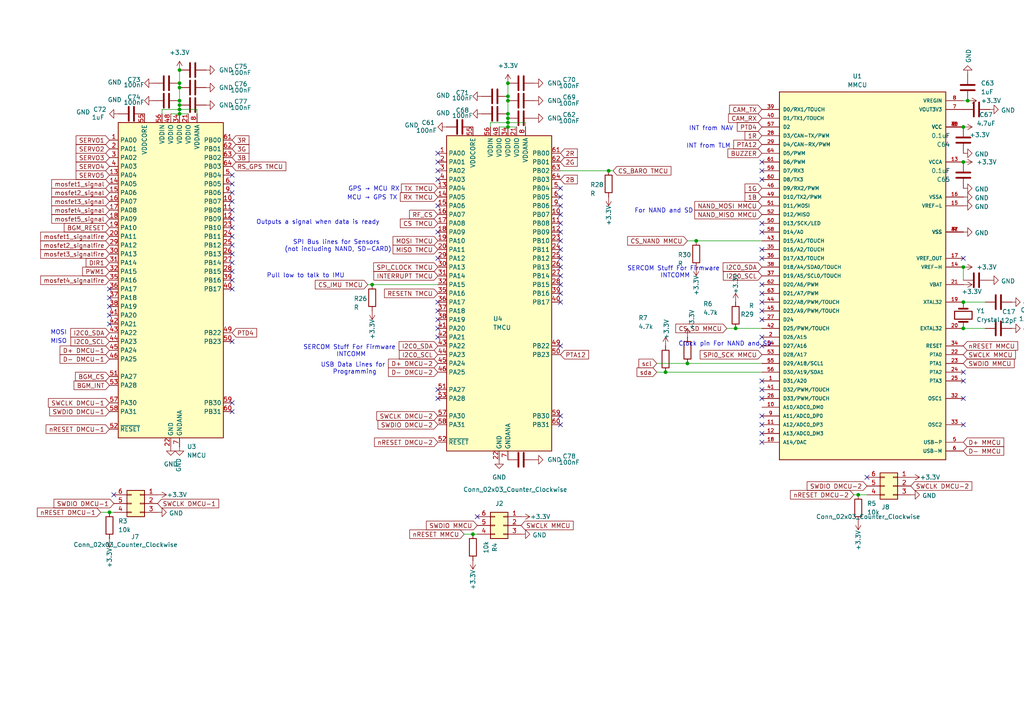
<source format=kicad_sch>
(kicad_sch (version 20250114) (generator "eeschema") (generator_version "9.0")
  (paper "A4")
  (text "SERCOM Stuff For Firmware \nINTCOMM" (at 195.834 78.994 0) (effects (font (size 1.27 1.27))))
  (text "For NAND and SD" (at 192.532 61.214 0) (effects (font (size 1.27 1.27))))
  (text "Pull low to talk to IMU" (at 88.646 80.01 0) (effects (font (size 1.27 1.27))))
  (text "INT from TLM" (at 205.486 42.418 0) (effects (font (size 1.27 1.27))))
  (text "GPS → MCU RX" (at 108.458 54.864 0) (effects (font (size 1.27 1.27))))
  (text "Clock pin For NAND and SD" (at 210.312 99.822 0) (effects (font (size 1.27 1.27))))
  (text "SERCOM Stuff For Firmware \nINTCOMM" (at 101.854 101.854 0) (effects (font (size 1.27 1.27))))
  (text "MCU → GPS TX" (at 107.95 57.404 0) (effects (font (size 1.27 1.27))))
  (text "Outputs a signal when data is ready" (at 92.202 64.516 0) (effects (font (size 1.27 1.27))))
  (text "MOSI" (at 17.018 96.52 0) (effects (font (size 1.27 1.27))))
  (text "INT from NAV" (at 206.248 37.338 0) (effects (font (size 1.27 1.27))))
  (text "USB Data Lines for \nProgramming" (at 102.87 106.934 0) (effects (font (size 1.27 1.27))))
  (text "SPI Bus lines for Sensors \n(not including NAND, SD-CARD)" (at 98.044 71.374 0) (effects (font (size 1.27 1.27))))
  (text "MISO" (at 17.018 99.06 0) (effects (font (size 1.27 1.27))))
  (junction (at 31.75 148.59))
  (junction (at 137.16 154.94))
  (junction (at 147.32 35.56))
  (junction (at 213.36 95.25))
  (junction (at 280.67 29.21))
  (junction (at 279.4 46.99))
  (junction (at 52.07 31.75))
  (junction (at 199.39 105.41))
  (junction (at 279.4 36.83))
  (junction (at 147.32 36.83))
  (junction (at 52.07 33.02))
  (junction (at 52.07 20.32))
  (junction (at 193.04 107.95))
  (junction (at 147.32 33.02))
  (junction (at 52.07 25.4))
  (junction (at 107.95 82.55))
  (junction (at 147.32 24.13))
  (junction (at 176.53 49.53))
  (junction (at 52.07 30.48))
  (junction (at 147.32 27.94))
  (junction (at 279.4 77.47))
  (junction (at 279.4 87.63))
  (junction (at 248.92 143.51))
  (junction (at 52.07 24.13))
  (junction (at 147.32 34.29))
  (junction (at 279.4 95.25))
  (junction (at 52.07 29.21))
  (junction (at 201.93 69.85))
  (junction (at 147.32 29.21))
  (no_connect (at 67.31 71.12))
  (no_connect (at 162.56 59.69))
  (no_connect (at 162.56 123.19))
  (no_connect (at 127 59.69))
  (no_connect (at 127 67.31))
  (no_connect (at 31.75 86.36))
  (no_connect (at 220.98 74.93))
  (no_connect (at 162.56 120.65))
  (no_connect (at 162.56 82.55))
  (no_connect (at 220.98 46.99))
  (no_connect (at 220.98 113.03))
  (no_connect (at 127 90.17))
  (no_connect (at 67.31 53.34))
  (no_connect (at 67.31 78.74))
  (no_connect (at 138.43 149.86))
  (no_connect (at 31.75 93.98))
  (no_connect (at 220.98 115.57))
  (no_connect (at 220.98 128.27))
  (no_connect (at 220.98 110.49))
  (no_connect (at 127 113.03))
  (no_connect (at 220.98 85.09))
  (no_connect (at 220.98 49.53))
  (no_connect (at 127 92.71))
  (no_connect (at 162.56 77.47))
  (no_connect (at 220.98 123.19))
  (no_connect (at 162.56 69.85))
  (no_connect (at 220.98 82.55))
  (no_connect (at 31.75 91.44))
  (no_connect (at 31.75 88.9))
  (no_connect (at 220.98 92.71))
  (no_connect (at 127 95.25))
  (no_connect (at 220.98 120.65))
  (no_connect (at 127 115.57))
  (no_connect (at 67.31 81.28))
  (no_connect (at 67.31 83.82))
  (no_connect (at 220.98 64.77))
  (no_connect (at 162.56 87.63))
  (no_connect (at 67.31 76.2))
  (no_connect (at 279.4 115.57))
  (no_connect (at 162.56 72.39))
  (no_connect (at 220.98 72.39))
  (no_connect (at 67.31 58.42))
  (no_connect (at 127 52.07))
  (no_connect (at 127 46.99))
  (no_connect (at 162.56 62.23))
  (no_connect (at 67.31 63.5))
  (no_connect (at 127 87.63))
  (no_connect (at 220.98 125.73))
  (no_connect (at 67.31 73.66))
  (no_connect (at 279.4 110.49))
  (no_connect (at 162.56 54.61))
  (no_connect (at 162.56 80.01))
  (no_connect (at 220.98 90.17))
  (no_connect (at 67.31 50.8))
  (no_connect (at 220.98 52.07))
  (no_connect (at 279.4 123.19))
  (no_connect (at 279.4 107.95))
  (no_connect (at 162.56 85.09))
  (no_connect (at 162.56 100.33))
  (no_connect (at 127 74.93))
  (no_connect (at 251.46 138.43))
  (no_connect (at 162.56 57.15))
  (no_connect (at 127 49.53))
  (no_connect (at 67.31 66.04))
  (no_connect (at 67.31 116.84))
  (no_connect (at 162.56 74.93))
  (no_connect (at 127 44.45))
  (no_connect (at 67.31 68.58))
  (no_connect (at 67.31 99.06))
  (no_connect (at 162.56 67.31))
  (no_connect (at 67.31 119.38))
  (no_connect (at 31.75 83.82))
  (no_connect (at 127 97.79))
  (no_connect (at 220.98 100.33))
  (no_connect (at 67.31 55.88))
  (no_connect (at 33.02 143.51))
  (no_connect (at 220.98 67.31))
  (no_connect (at 67.31 60.96))
  (no_connect (at 220.98 97.79))
  (no_connect (at 220.98 87.63))
  (no_connect (at 279.4 74.93))
  (no_connect (at 162.56 64.77))
  (wire (pts (xy 190.5 105.41) (xy 199.39 105.41)))
  (wire (pts (xy 248.92 143.51) (xy 251.46 143.51)))
  (wire (pts (xy 147.32 24.13) (xy 147.32 27.94)))
  (wire (pts (xy 52.07 30.48) (xy 52.07 31.75)))
  (wire (pts (xy 52.07 31.75) (xy 57.15 31.75)))
  (wire (pts (xy 46.99 31.75) (xy 46.99 33.02)))
  (wire (pts (xy 142.24 35.56) (xy 142.24 36.83)))
  (wire (pts (xy 280.67 29.21) (xy 279.4 29.21)))
  (wire (pts (xy 134.62 154.94) (xy 137.16 154.94)))
  (wire (pts (xy 176.53 49.53) (xy 162.56 49.53)))
  (wire (pts (xy 46.99 31.75) (xy 52.07 31.75)))
  (wire (pts (xy 144.78 36.83) (xy 147.32 36.83)))
  (wire (pts (xy 52.07 29.21) (xy 52.07 30.48)))
  (wire (pts (xy 285.75 95.25) (xy 279.4 95.25)))
  (wire (pts (xy 52.07 25.4) (xy 52.07 29.21)))
  (wire (pts (xy 106.68 82.55) (xy 107.95 82.55)))
  (wire (pts (xy 279.4 77.47) (xy 279.4 81.28)))
  (wire (pts (xy 142.24 35.56) (xy 147.32 35.56)))
  (wire (pts (xy 152.4 35.56) (xy 152.4 36.83)))
  (wire (pts (xy 52.07 33.02) (xy 54.61 33.02)))
  (wire (pts (xy 57.15 31.75) (xy 57.15 33.02)))
  (wire (pts (xy 147.32 35.56) (xy 152.4 35.56)))
  (wire (pts (xy 193.04 107.95) (xy 220.98 107.95)))
  (wire (pts (xy 210.82 95.25) (xy 213.36 95.25)))
  (wire (pts (xy 52.07 24.13) (xy 52.07 25.4)))
  (wire (pts (xy 147.32 27.94) (xy 147.32 29.21)))
  (wire (pts (xy 52.07 20.32) (xy 52.07 24.13)))
  (wire (pts (xy 29.21 148.59) (xy 31.75 148.59)))
  (wire (pts (xy 201.93 69.85) (xy 220.98 69.85)))
  (wire (pts (xy 199.39 69.85) (xy 201.93 69.85)))
  (wire (pts (xy 177.8 49.53) (xy 176.53 49.53)))
  (wire (pts (xy 147.32 35.56) (xy 147.32 36.83)))
  (wire (pts (xy 52.07 31.75) (xy 52.07 33.02)))
  (wire (pts (xy 147.32 36.83) (xy 149.86 36.83)))
  (wire (pts (xy 199.39 105.41) (xy 220.98 105.41)))
  (wire (pts (xy 213.36 95.25) (xy 220.98 95.25)))
  (wire (pts (xy 190.5 107.95) (xy 193.04 107.95)))
  (wire (pts (xy 147.32 34.29) (xy 147.32 35.56)))
  (wire (pts (xy 137.16 154.94) (xy 138.43 154.94)))
  (wire (pts (xy 285.75 87.63) (xy 279.4 87.63)))
  (wire (pts (xy 147.32 29.21) (xy 147.32 33.02)))
  (wire (pts (xy 147.32 33.02) (xy 147.32 34.29)))
  (wire (pts (xy 31.75 148.59) (xy 33.02 148.59)))
  (wire (pts (xy 247.65 143.51) (xy 248.92 143.51)))
  (wire (pts (xy 107.95 82.55) (xy 127 82.55)))
  (wire (pts (xy 49.53 33.02) (xy 52.07 33.02)))
  (global_label "SWDIO DMCU-2" (shape input) (at 251.46 140.97 180) (property "Intersheetrefs" "${INTERSHEET_REFS}" (effects (hide yes))))
  (global_label "NAND_MOSI MMCU" (shape input) (at 220.98 59.69 180) (property "Intersheetrefs" "${INTERSHEET_REFS}" (effects (hide yes))))
  (global_label "3B" (shape input) (at 67.31 45.72 0) (property "Intersheetrefs" "${INTERSHEET_REFS}" (effects (hide yes))))
  (global_label "DIR1" (shape input) (at 31.75 76.2 180) (property "Intersheetrefs" "${INTERSHEET_REFS}" (effects (hide yes))))
  (global_label "SWCLK DMCU-2" (shape input) (at 127 120.65 180) (property "Intersheetrefs" "${INTERSHEET_REFS}" (effects (hide yes))))
  (global_label "sda" (shape input) (at 190.5 107.95 180) (property "Intersheetrefs" "${INTERSHEET_REFS}" (effects (hide yes))))
  (global_label "mosfet2_signalfire" (shape input) (at 31.75 71.12 180) (property "Intersheetrefs" "${INTERSHEET_REFS}" (effects (hide yes))))
  (global_label "RESETN TMCU" (shape input) (at 127 85.09 180) (property "Intersheetrefs" "${INTERSHEET_REFS}" (effects (hide yes))))
  (global_label "SPI_CLOCK TMCU" (shape input) (at 127 77.47 180) (property "Intersheetrefs" "${INTERSHEET_REFS}" (effects (hide yes))))
  (global_label "SWCLK MMCU" (shape input) (at 279.4 102.87 0) (property "Intersheetrefs" "${INTERSHEET_REFS}" (effects (hide yes))))
  (global_label "SWCLK DMCU-1" (shape input) (at 45.72 146.05 0) (property "Intersheetrefs" "${INTERSHEET_REFS}" (effects (hide yes))))
  (global_label "3G" (shape input) (at 67.31 43.18 0) (property "Intersheetrefs" "${INTERSHEET_REFS}" (effects (hide yes))))
  (global_label "SWCLK DMCU-1" (shape input) (at 31.75 116.84 180) (property "Intersheetrefs" "${INTERSHEET_REFS}" (effects (hide yes))))
  (global_label "PTD4" (shape input) (at 220.98 36.83 180) (property "Intersheetrefs" "${INTERSHEET_REFS}" (effects (hide yes))))
  (global_label "BGM_INT" (shape input) (at 31.75 111.76 180) (property "Intersheetrefs" "${INTERSHEET_REFS}" (effects (hide yes))))
  (global_label "mosfet4_signal" (shape input) (at 31.75 60.96 180) (property "Intersheetrefs" "${INTERSHEET_REFS}" (effects (hide yes))))
  (global_label "SWCLK MMCU" (shape input) (at 151.13 152.4 0) (property "Intersheetrefs" "${INTERSHEET_REFS}" (effects (hide yes))))
  (global_label "3R" (shape input) (at 67.31 40.64 0) (property "Intersheetrefs" "${INTERSHEET_REFS}" (effects (hide yes))))
  (global_label "D- DMCU-2" (shape input) (at 127 107.95 180) (property "Intersheetrefs" "${INTERSHEET_REFS}" (effects (hide yes))))
  (global_label "mosfet2_signal" (shape input) (at 31.75 55.88 180) (property "Intersheetrefs" "${INTERSHEET_REFS}" (effects (hide yes))))
  (global_label "nRESET DMCU-1" (shape input) (at 29.21 148.59 180) (property "Intersheetrefs" "${INTERSHEET_REFS}" (effects (hide yes))))
  (global_label "SERVO4" (shape input) (at 31.75 48.26 180) (property "Intersheetrefs" "${INTERSHEET_REFS}" (effects (hide yes))))
  (global_label "nRESET DMCU-2" (shape input) (at 247.65 143.51 180) (property "Intersheetrefs" "${INTERSHEET_REFS}" (effects (hide yes))))
  (global_label "nRESET MMCU" (shape input) (at 134.62 154.94 180) (property "Intersheetrefs" "${INTERSHEET_REFS}" (effects (hide yes))))
  (global_label "2G" (shape input) (at 162.56 46.99 0) (property "Intersheetrefs" "${INTERSHEET_REFS}" (effects (hide yes))))
  (global_label "I2C0_SDA" (shape input) (at 127 100.33 180) (property "Intersheetrefs" "${INTERSHEET_REFS}" (effects (hide yes))))
  (global_label "SWDIO DMCU-1" (shape input) (at 31.75 119.38 180) (property "Intersheetrefs" "${INTERSHEET_REFS}" (effects (hide yes))))
  (global_label "BUZZER" (shape input) (at 220.98 44.45 180) (property "Intersheetrefs" "${INTERSHEET_REFS}" (effects (hide yes))))
  (global_label "BGM_RESET" (shape input) (at 31.75 66.04 180) (property "Intersheetrefs" "${INTERSHEET_REFS}" (effects (hide yes))))
  (global_label "PTA12" (shape input) (at 162.56 102.87 0) (property "Intersheetrefs" "${INTERSHEET_REFS}" (effects (hide yes))))
  (global_label "I2C0_SCL" (shape input) (at 127 102.87 180) (property "Intersheetrefs" "${INTERSHEET_REFS}" (effects (hide yes))))
  (global_label "SWCLK DMCU-2" (shape input) (at 264.16 140.97 0) (property "Intersheetrefs" "${INTERSHEET_REFS}" (effects (hide yes))))
  (global_label "nRESET DMCU-1" (shape input) (at 31.75 124.46 180) (property "Intersheetrefs" "${INTERSHEET_REFS}" (effects (hide yes))))
  (global_label "D- MMCU" (shape input) (at 279.4 130.81 0) (property "Intersheetrefs" "${INTERSHEET_REFS}" (effects (hide yes))))
  (global_label "CAM_RX" (shape input) (at 220.98 34.29 180) (property "Intersheetrefs" "${INTERSHEET_REFS}" (effects (hide yes))))
  (global_label "RS_GPS TMCU" (shape input) (at 67.31 48.26 0) (property "Intersheetrefs" "${INTERSHEET_REFS}" (effects (hide yes))))
  (global_label "D+ DMCU-1" (shape input) (at 31.75 101.6 180) (property "Intersheetrefs" "${INTERSHEET_REFS}" (effects (hide yes))))
  (global_label "I2C0_SCL" (shape input) (at 220.98 80.01 180) (property "Intersheetrefs" "${INTERSHEET_REFS}" (effects (hide yes))))
  (global_label "mosfet1_signalfire" (shape input) (at 31.75 68.58 180) (property "Intersheetrefs" "${INTERSHEET_REFS}" (effects (hide yes))))
  (global_label "PTA12" (shape input) (at 220.98 41.91 180) (property "Intersheetrefs" "${INTERSHEET_REFS}" (effects (hide yes))))
  (global_label "SPI0_SCK MMCU" (shape input) (at 220.98 102.87 180) (property "Intersheetrefs" "${INTERSHEET_REFS}" (effects (hide yes))))
  (global_label "CS_NAND MMCU" (shape input) (at 199.39 69.85 180) (property "Intersheetrefs" "${INTERSHEET_REFS}" (effects (hide yes))))
  (global_label "RX TMCU" (shape input) (at 127 57.15 180) (property "Intersheetrefs" "${INTERSHEET_REFS}" (effects (hide yes))))
  (global_label "1B" (shape input) (at 220.98 57.15 180) (property "Intersheetrefs" "${INTERSHEET_REFS}" (effects (hide yes))))
  (global_label "SWDIO MMCU" (shape input) (at 138.43 152.4 180) (property "Intersheetrefs" "${INTERSHEET_REFS}" (effects (hide yes))))
  (global_label "CS_SD MMCU" (shape input) (at 210.82 95.25 180) (property "Intersheetrefs" "${INTERSHEET_REFS}" (effects (hide yes))))
  (global_label "2B" (shape input) (at 162.56 52.07 0) (property "Intersheetrefs" "${INTERSHEET_REFS}" (effects (hide yes))))
  (global_label "scl" (shape input) (at 190.5 105.41 180) (property "Intersheetrefs" "${INTERSHEET_REFS}" (effects (hide yes))))
  (global_label "mosfet4_signalfire" (shape input) (at 31.75 81.28 180) (property "Intersheetrefs" "${INTERSHEET_REFS}" (effects (hide yes))))
  (global_label "D+ DMCU-2" (shape input) (at 127 105.41 180) (property "Intersheetrefs" "${INTERSHEET_REFS}" (effects (hide yes))))
  (global_label "SWDIO DMCU-1" (shape input) (at 33.02 146.05 180) (property "Intersheetrefs" "${INTERSHEET_REFS}" (effects (hide yes))))
  (global_label "I2C0_SDA" (shape input) (at 31.75 96.52 180) (property "Intersheetrefs" "${INTERSHEET_REFS}" (effects (hide yes))))
  (global_label "SWDIO MMCU" (shape input) (at 279.4 105.41 0) (property "Intersheetrefs" "${INTERSHEET_REFS}" (effects (hide yes))))
  (global_label "1G" (shape input) (at 220.98 54.61 180) (property "Intersheetrefs" "${INTERSHEET_REFS}" (effects (hide yes))))
  (global_label "nRESET DMCU-2" (shape input) (at 127 128.27 180) (property "Intersheetrefs" "${INTERSHEET_REFS}" (effects (hide yes))))
  (global_label "SERVO5" (shape input) (at 31.75 50.8 180) (property "Intersheetrefs" "${INTERSHEET_REFS}" (effects (hide yes))))
  (global_label "RF_CS" (shape input) (at 127 62.23 180) (property "Intersheetrefs" "${INTERSHEET_REFS}" (effects (hide yes))))
  (global_label "mosfet3_signalfire" (shape input) (at 31.75 73.66 180) (property "Intersheetrefs" "${INTERSHEET_REFS}" (effects (hide yes))))
  (global_label "SERVO3" (shape input) (at 31.75 45.72 180) (property "Intersheetrefs" "${INTERSHEET_REFS}" (effects (hide yes))))
  (global_label "INTERRUPT TMCU" (shape input) (at 127 80.01 180) (property "Intersheetrefs" "${INTERSHEET_REFS}" (effects (hide yes))))
  (global_label "CS_BARO TMCU" (shape input) (at 177.8 49.53 0) (property "Intersheetrefs" "${INTERSHEET_REFS}" (effects (hide yes))))
  (global_label "SERVO2" (shape input) (at 31.75 43.18 180) (property "Intersheetrefs" "${INTERSHEET_REFS}" (effects (hide yes))))
  (global_label "MOSI TMCU" (shape input) (at 127 69.85 180) (property "Intersheetrefs" "${INTERSHEET_REFS}" (effects (hide yes))))
  (global_label "CAM_TX" (shape input) (at 220.98 31.75 180) (property "Intersheetrefs" "${INTERSHEET_REFS}" (effects (hide yes))))
  (global_label "mosfet3_signal" (shape input) (at 31.75 58.42 180) (property "Intersheetrefs" "${INTERSHEET_REFS}" (effects (hide yes))))
  (global_label "TX TMCU" (shape input) (at 127 54.61 180) (property "Intersheetrefs" "${INTERSHEET_REFS}" (effects (hide yes))))
  (global_label "2R" (shape input) (at 162.56 44.45 0) (property "Intersheetrefs" "${INTERSHEET_REFS}" (effects (hide yes))))
  (global_label "MISO TMCU" (shape input) (at 127 72.39 180) (property "Intersheetrefs" "${INTERSHEET_REFS}" (effects (hide yes))))
  (global_label "mosfet1_signal" (shape input) (at 31.75 53.34 180) (property "Intersheetrefs" "${INTERSHEET_REFS}" (effects (hide yes))))
  (global_label "BGM_CS" (shape input) (at 31.75 109.22 180) (property "Intersheetrefs" "${INTERSHEET_REFS}" (effects (hide yes))))
  (global_label "PWM1" (shape input) (at 31.75 78.74 180) (property "Intersheetrefs" "${INTERSHEET_REFS}" (effects (hide yes))))
  (global_label "1R" (shape input) (at 220.98 39.37 180) (property "Intersheetrefs" "${INTERSHEET_REFS}" (effects (hide yes))))
  (global_label "SWDIO DMCU-2" (shape input) (at 127 123.19 180) (property "Intersheetrefs" "${INTERSHEET_REFS}" (effects (hide yes))))
  (global_label "CS TMCU" (shape input) (at 127 64.77 180) (property "Intersheetrefs" "${INTERSHEET_REFS}" (effects (hide yes))))
  (global_label "I2C0_SDA" (shape input) (at 220.98 77.47 180) (property "Intersheetrefs" "${INTERSHEET_REFS}" (effects (hide yes))))
  (global_label "D- DMCU-1" (shape input) (at 31.75 104.14 180) (property "Intersheetrefs" "${INTERSHEET_REFS}" (effects (hide yes))))
  (global_label "CS_IMU TMCU" (shape input) (at 106.68 82.55 180) (property "Intersheetrefs" "${INTERSHEET_REFS}" (effects (hide yes))))
  (global_label "I2C0_SCL" (shape input) (at 31.75 99.06 180) (property "Intersheetrefs" "${INTERSHEET_REFS}" (effects (hide yes))))
  (global_label "SERVO1" (shape input) (at 31.75 40.64 180) (property "Intersheetrefs" "${INTERSHEET_REFS}" (effects (hide yes))))
  (global_label "D+ MMCU" (shape input) (at 279.4 128.27 0) (property "Intersheetrefs" "${INTERSHEET_REFS}" (effects (hide yes))))
  (global_label "NAND_MISO MMCU" (shape input) (at 220.98 62.23 180) (property "Intersheetrefs" "${INTERSHEET_REFS}" (effects (hide yes))))
  (global_label "nRESET MMCU" (shape input) (at 279.4 100.33 0) (property "Intersheetrefs" "${INTERSHEET_REFS}" (effects (hide yes))))
  (global_label "PTD4" (shape input) (at 67.31 96.52 0) (property "Intersheetrefs" "${INTERSHEET_REFS}" (effects (hide yes))))
  (global_label "mosfet5_signal" (shape input) (at 31.75 63.5 180) (property "Intersheetrefs" "${INTERSHEET_REFS}" (effects (hide yes))))
  (symbol (lib_id "power:+3.3V") (at 279.4 77.47 270) (unit 1)
    (property "Reference" "#PWR0192" (effects (hide yes)))
    (property "Value" "+3.3V" (at 283.21 77.4699 90) (effects (justify left)))
    (property "Description" "Power symbol creates a global label with name \"+3.3V\"" (effects (hide yes)))
  )
  (symbol (lib_id "power:+3.3V") (at 147.32 24.13 0) (unit 1)
    (property "Reference" "#PWR06" (effects (hide yes)))
    (property "Value" "+3.3V" (at 147.32 19.05 0))
    (property "Description" "Power symbol creates a global label with name \"+3.3V\"" (effects (hide yes)))
  )
  (symbol (lib_id "power:+3.3V") (at 201.93 77.47 180) (unit 1)
    (property "Reference" "#PWR099" (effects (hide yes)))
    (property "Value" "+3.3V" (at 201.93 82.804 90))
    (property "Description" "Power symbol creates a global label with name \"+3.3V\"" (effects (hide yes)))
  )
  (symbol (lib_id "power:GND") (at 279.4 44.45 90) (unit 1)
    (property "Reference" "#PWR0183" (effects (hide yes)))
    (property "Value" "GND" (at 282.702 44.704 90) (effects (justify right)))
    (property "Description" "Power symbol creates a global label with name \"GND\" , ground" (effects (hide yes)))
  )
  (symbol (lib_id "power:GND") (at 139.7 33.02 270) (unit 1)
    (property "Reference" "#PWR0195" (effects (hide yes)))
    (property "Value" "GND" (at 130.556 32.766 90) (effects (justify right)))
    (property "Description" "Power symbol creates a global label with name \"GND\" , ground" (effects (hide yes)))
  )
  (symbol (lib_id "Device:R") (at 31.75 152.4 0) (unit 1)
    (property "Reference" "R3" (at 34.29 151.1299 0) (effects (justify left)))
    (property "Value" "10k" (at 34.29 153.6699 0) (effects (justify left)))
    (property "Footprint" "Resistor_SMD:R_0603_1608Metric" (effects (hide yes)))
    (property "Description" "Resistor" (effects (hide yes)))
  )
  (symbol (lib_id "Device:C") (at 143.51 33.02 90) (unit 1)
    (property "Reference" "C68" (at 134.112 32.004 90))
    (property "Value" "100nF" (at 134.112 33.528 90))
    (property "Footprint" "Capacitor_SMD:C_0603_1608Metric" (effects (hide yes)))
    (property "Description" "Unpolarized capacitor" (effects (hide yes)))
  )
  (symbol (lib_id "power:GND") (at 154.94 34.29 90) (unit 1)
    (property "Reference" "#PWR0167" (effects (hide yes)))
    (property "Value" "GND" (at 158.75 34.2901 90) (effects (justify right)))
    (property "Description" "Power symbol creates a global label with name \"GND\" , ground" (effects (hide yes)))
  )
  (symbol (lib_id "power:+3.3V") (at 279.4 46.99 270) (unit 1)
    (property "Reference" "#PWR0185" (effects (hide yes)))
    (property "Value" "+3.3V" (at 283.21 46.9899 90) (effects (justify left)))
    (property "Description" "Power symbol creates a global label with name \"+3.3V\"" (effects (hide yes)))
  )
  (symbol (lib_id "Device:R") (at 176.53 53.34 0) (unit 1)
    (property "Reference" "R28" (at 171.196 53.594 0) (effects (justify left)))
    (property "Value" "R" (at 171.196 56.134 0) (effects (justify left)))
    (property "Footprint" "Resistor_SMD:R_0603_1608Metric" (effects (hide yes)))
    (property "Description" "Resistor" (effects (hide yes)))
  )
  (symbol (lib_id "power:+3.3V") (at 45.72 143.51 270) (mirror x) (unit 1)
    (property "Reference" "#PWR0210" (effects (hide yes)))
    (property "Value" "+3.3V" (at 51.308 143.51 90))
    (property "Description" "Power symbol creates a global label with name \"+3.3V\"" (effects (hide yes)))
  )
  (symbol (lib_id "Connector_Generic:Conn_02x03_Counter_Clockwise") (at 259.08 140.97 0) (mirror y) (unit 1)
    (property "Reference" "J8" (at 258.064 147.066 0) (effects (justify left)))
    (property "Value" "Conn_02x03_Counter_Clockwise" (at 266.954 149.86 0) (effects (justify left)))
    (property "Footprint" "Connector_PinHeader_2.54mm:PinHeader_2x03_P2.54mm_Vertical" (effects (hide yes)))
    (property "Description" "Generic connector, double row, 02x03, counter clockwise pin numbering scheme (similar to DIP package numbering), script generated (kicad-library-utils/schlib/autogen/connector/)" (effects (hide yes)))
  )
  (symbol (lib_id "Device:C") (at 151.13 29.21 270) (unit 1)
    (property "Reference" "C69" (at 165.1 28.194 90))
    (property "Value" "100nF" (at 165.1 29.972 90))
    (property "Footprint" "Capacitor_SMD:C_0603_1608Metric" (effects (hide yes)))
    (property "Description" "Unpolarized capacitor" (effects (hide yes)))
  )
  (symbol (lib_id "power:+3.3V") (at 264.16 138.43 270) (mirror x) (unit 1)
    (property "Reference" "#PWR0211" (effects (hide yes)))
    (property "Value" "+3.3V" (at 269.748 138.43 90))
    (property "Description" "Power symbol creates a global label with name \"+3.3V\"" (effects (hide yes)))
  )
  (symbol (lib_id "power:+3.3V") (at 107.95 90.17 180) (unit 1)
    (property "Reference" "#PWR095" (effects (hide yes)))
    (property "Value" "+3.3V" (at 107.95 95.504 90))
    (property "Description" "Power symbol creates a global label with name \"+3.3V\"" (effects (hide yes)))
  )
  (symbol (lib_id "power:GND") (at 59.69 25.4 90) (unit 1)
    (property "Reference" "#PWR0217" (effects (hide yes)))
    (property "Value" "GND" (at 63.5 25.4001 90) (effects (justify right)))
    (property "Description" "Power symbol creates a global label with name \"GND\" , ground" (effects (hide yes)))
  )
  (symbol (lib_id "Device:R") (at 248.92 147.32 0) (unit 1)
    (property "Reference" "R5" (at 251.46 146.0499 0) (effects (justify left)))
    (property "Value" "10k" (at 251.46 148.5899 0) (effects (justify left)))
    (property "Footprint" "Resistor_SMD:R_0603_1608Metric" (effects (hide yes)))
    (property "Description" "Resistor" (effects (hide yes)))
  )
  (symbol (lib_id "Device:C") (at 279.4 50.8 0) (unit 1)
    (property "Reference" "C65" (at 275.59 52.0701 0) (effects (justify right)))
    (property "Value" "0.1uF" (at 275.59 49.5301 0) (effects (justify right)))
    (property "Footprint" "Capacitor_SMD:C_0603_1608Metric" (effects (hide yes)))
    (property "Description" "Unpolarized capacitor" (effects (hide yes)))
  )
  (symbol (lib_id "MK20DX256VLH7:MK20DX256VLH7") (at 248.92 82.55 0) (unit 1)
    (property "Reference" "U1" (at 248.666 22.098 0))
    (property "Value" "MMCU" (at 248.666 24.638 0))
    (property "Footprint" "MK20DX256VLH7:QFP50P1200X1200X160-64N" (effects (hide yes)))
    (property "MF" "NXP USA" (effects (hide yes)))
    (property "Description_1" "ARM® Cortex®-M4 Kinetis K20 Microcontroller IC 32-Bit Single-Core 72MHz 256KB (256K x 8) FLASH 64-LQFP (10x10)" (effects (hide yes)))
    (property "Package" "LQFP-64 Freescale Semiconductor" (effects (hide yes)))
    (property "Price" "None" (effects (hide yes)))
    (property "SnapEDA_Link" "https://www.snapeda.com/parts/MK20DX256VLH7/NXP+Semiconductors/view-part/?ref=snap" (effects (hide yes)))
    (property "MP" "MK20DX256VLH7" (effects (hide yes)))
    (property "Availability" "In Stock" (effects (hide yes)))
    (property "Check_prices" "https://www.snapeda.com/parts/MK20DX256VLH7/NXP+Semiconductors/view-part/?ref=eda" (effects (hide yes)))
    (property "Sim.Library" ".\\" (effects (hide yes)))
  )
  (symbol (lib_id "power:GND") (at 151.13 154.94 90) (unit 1)
    (property "Reference" "#PWR010" (effects (hide yes)))
    (property "Value" "GND" (at 154.432 155.194 90) (effects (justify right)))
    (property "Description" "Power symbol creates a global label with name \"GND\" , ground" (effects (hide yes)))
  )
  (symbol (lib_id "Device:Crystal") (at 279.4 91.44 90) (unit 1)
    (property "Reference" "Y1" (at 283.21 90.1699 90) (effects (justify right)))
    (property "Value" "Crystal" (at 283.21 92.7099 90) (effects (justify right)))
    (property "Footprint" "Crystal:Crystal_SMD_0603-2Pin_6.0x3.5mm" (effects (hide yes)))
    (property "Description" "Two pin crystal" (effects (hide yes)))
  )
  (symbol (lib_id "Device:C") (at 143.51 27.94 90) (unit 1)
    (property "Reference" "C71" (at 134.112 26.924 90))
    (property "Value" "100nF" (at 134.112 28.448 90))
    (property "Footprint" "Capacitor_SMD:C_0603_1608Metric" (effects (hide yes)))
    (property "Description" "Unpolarized capacitor" (effects (hide yes)))
  )
  (symbol (lib_id "power:GND") (at 293.37 95.25 90) (unit 1)
    (property "Reference" "#PWR055" (effects (hide yes)))
    (property "Value" "GND" (at 296.672 95.504 90) (effects (justify right)))
    (property "Description" "Power symbol creates a global label with name \"GND\" , ground" (effects (hide yes)))
  )
  (symbol (lib_id "power:GND") (at 293.37 87.63 90) (unit 1)
    (property "Reference" "#PWR045" (effects (hide yes)))
    (property "Value" "GND" (at 296.672 87.884 90) (effects (justify right)))
    (property "Description" "Power symbol creates a global label with name \"GND\" , ground" (effects (hide yes)))
  )
  (symbol (lib_id "power:+3.3V") (at 279.4 36.83 270) (unit 1)
    (property "Reference" "#PWR0184" (effects (hide yes)))
    (property "Value" "+3.3V" (at 281.178 39.116 90) (effects (justify left)))
    (property "Description" "Power symbol creates a global label with name \"+3.3V\"" (effects (hide yes)))
  )
  (symbol (lib_id "power:GND") (at 279.4 57.15 90) (unit 1)
    (property "Reference" "#PWR0188" (effects (hide yes)))
    (property "Value" "GND" (at 282.702 57.404 90) (effects (justify right)))
    (property "Description" "Power symbol creates a global label with name \"GND\" , ground" (effects (hide yes)))
  )
  (symbol (lib_id "Connector_Generic:Conn_02x03_Counter_Clockwise") (at 40.64 146.05 0) (mirror y) (unit 1)
    (property "Reference" "J7" (at 40.386 155.702 0) (effects (justify left)))
    (property "Value" "Conn_02x03_Counter_Clockwise" (at 51.562 157.988 0) (effects (justify left)))
    (property "Footprint" "Connector_PinHeader_2.54mm:PinHeader_2x03_P2.54mm_Vertical" (effects (hide yes)))
    (property "Description" "Generic connector, double row, 02x03, counter clockwise pin numbering scheme (similar to DIP package numbering), script generated (kicad-library-utils/schlib/autogen/connector/)" (effects (hide yes)))
  )
  (symbol (lib_id "Connector_Generic:Conn_02x03_Counter_Clockwise") (at 146.05 152.4 0) (mirror y) (unit 1)
    (property "Reference" "J2" (at 146.0501 146.05 0) (effects (justify left)))
    (property "Value" "Conn_02x03_Counter_Clockwise" (at 164.592 141.986 0) (effects (justify left)))
    (property "Footprint" "Connector_PinHeader_2.54mm:PinHeader_2x03_P2.54mm_Vertical" (effects (hide yes)))
    (property "Description" "Generic connector, double row, 02x03, counter clockwise pin numbering scheme (similar to DIP package numbering), script generated (kicad-library-utils/schlib/autogen/connector/)" (effects (hide yes)))
  )
  (symbol (lib_id "power:+3.3V") (at 151.13 149.86 270) (mirror x) (unit 1)
    (property "Reference" "#PWR0209" (effects (hide yes)))
    (property "Value" "+3.3V" (at 156.718 149.86 90))
    (property "Description" "Power symbol creates a global label with name \"+3.3V\"" (effects (hide yes)))
  )
  (symbol (lib_id "MCU_Microchip_SAMD:ATSAMD21J16B-A") (at 144.78 85.09 0) (unit 1)
    (property "Reference" "U4" (at 143.002 92.456 0) (effects (justify left)))
    (property "Value" "TMCU" (at 143.002 94.996 0) (effects (justify left)))
    (property "Footprint" "Package_QFP:TQFP-64_10x10mm_P0.5mm" (effects (hide yes)))
    (property "Datasheet" "http://ww1.microchip.com/downloads/en/DeviceDoc/SAM_D21_DA1_Family_Data%20Sheet_DS40001882E.pdf" (effects (hide yes)))
    (property "Description" "SAM D21 Microchip SMART ARM-based Flash MCU, 48Mhz, 64K Flash w/ 2K RWW, 8K SRAM, TQFP-64" (effects (hide yes)))
  )
  (symbol (lib_id "power:+3.3V") (at 279.4 82.55 270) (unit 1)
    (property "Reference" "#PWR0193" (effects (hide yes)))
    (property "Value" "+3.3V" (at 278.892 84.582 90) (effects (justify left)))
    (property "Description" "Power symbol creates a global label with name \"+3.3V\"" (effects (hide yes)))
  )
  (symbol (lib_id "power:GND") (at 279.4 54.61 90) (unit 1)
    (property "Reference" "#PWR0186" (effects (hide yes)))
    (property "Value" "GND" (at 282.702 54.864 90) (effects (justify right)))
    (property "Description" "Power symbol creates a global label with name \"GND\" , ground" (effects (hide yes)))
  )
  (symbol (lib_id "Device:C") (at 151.13 34.29 270) (unit 1)
    (property "Reference" "C62" (at 165.1 33.274 90))
    (property "Value" "100nF" (at 165.1 35.052 90))
    (property "Footprint" "Capacitor_SMD:C_0603_1608Metric" (effects (hide yes)))
    (property "Description" "Unpolarized capacitor" (effects (hide yes)))
  )
  (symbol (lib_id "power:GND") (at 154.94 29.21 90) (unit 1)
    (property "Reference" "#PWR0196" (effects (hide yes)))
    (property "Value" "GND" (at 158.75 29.2101 90) (effects (justify right)))
    (property "Description" "Power symbol creates a global label with name \"GND\" , ground" (effects (hide yes)))
  )
  (symbol (lib_id "Device:R") (at 107.95 86.36 0) (unit 1)
    (property "Reference" "R26" (at 102.616 86.614 0) (effects (justify left)))
    (property "Value" "R" (at 102.616 89.154 0) (effects (justify left)))
    (property "Footprint" "Resistor_SMD:R_0603_1608Metric" (effects (hide yes)))
    (property "Description" "Resistor" (effects (hide yes)))
  )
  (symbol (lib_id "power:GND") (at 34.29 33.02 270) (unit 1)
    (property "Reference" "#PWR0199" (effects (hide yes)))
    (property "Value" "GND" (at 26.162 32.512 90) (effects (justify right)))
    (property "Description" "Power symbol creates a global label with name \"GND\" , ground" (effects (hide yes)))
  )
  (symbol (lib_id "Device:C") (at 38.1 33.02 90) (unit 1)
    (property "Reference" "C72" (at 28.956 31.75 90))
    (property "Value" "1uF" (at 28.448 34.036 90))
    (property "Footprint" "Capacitor_SMD:C_0603_1608Metric" (effects (hide yes)))
    (property "Description" "Unpolarized capacitor" (effects (hide yes)))
  )
  (symbol (lib_id "power:+3.3V") (at 213.36 87.63 0) (unit 1)
    (property "Reference" "#PWR098" (effects (hide yes)))
    (property "Value" "+3.3V" (at 213.36 82.296 90))
    (property "Description" "Power symbol creates a global label with name \"+3.3V\"" (effects (hide yes)))
  )
  (symbol (lib_id "Device:R") (at 201.93 73.66 0) (unit 1)
    (property "Reference" "R30" (at 196.596 73.914 0) (effects (justify left)))
    (property "Value" "R" (at 196.596 76.454 0) (effects (justify left)))
    (property "Footprint" "Resistor_SMD:R_0603_1608Metric" (effects (hide yes)))
    (property "Description" "Resistor" (effects (hide yes)))
  )
  (symbol (lib_id "Device:C") (at 280.67 25.4 180) (unit 1)
    (property "Reference" "C63" (at 284.48 24.1299 0) (effects (justify right)))
    (property "Value" "1uF" (at 284.48 26.6699 0) (effects (justify right)))
    (property "Footprint" "Capacitor_SMD:C_0603_1608Metric" (effects (hide yes)))
    (property "Description" "Unpolarized capacitor" (effects (hide yes)))
  )
  (symbol (lib_id "MCU_Microchip_SAMD:ATSAMD21J16B-A") (at 49.53 81.28 0) (unit 1)
    (property "Reference" "U3" (at 54.2133 129.54 0) (effects (justify left)))
    (property "Value" "NMCU" (at 54.2133 132.08 0) (effects (justify left)))
    (property "Footprint" "Package_QFP:TQFP-64_10x10mm_P0.5mm" (effects (hide yes)))
    (property "Datasheet" "http://ww1.microchip.com/downloads/en/DeviceDoc/SAM_D21_DA1_Family_Data%20Sheet_DS40001882E.pdf" (effects (hide yes)))
    (property "Description" "SAM D21 Microchip SMART ARM-based Flash MCU, 48Mhz, 64K Flash w/ 2K RWW, 8K SRAM, TQFP-64" (effects (hide yes)))
  )
  (symbol (lib_id "power:GND") (at 154.94 133.35 90) (unit 1)
    (property "Reference" "#PWR0219" (effects (hide yes)))
    (property "Value" "GND" (at 158.75 133.3501 90) (effects (justify right)))
    (property "Description" "Power symbol creates a global label with name \"GND\" , ground" (effects (hide yes)))
  )
  (symbol (lib_id "power:+3.3V") (at 52.07 20.32 0) (unit 1)
    (property "Reference" "#PWR013" (effects (hide yes)))
    (property "Value" "+3.3V" (at 52.07 15.24 0))
    (property "Description" "Power symbol creates a global label with name \"+3.3V\"" (effects (hide yes)))
  )
  (symbol (lib_id "Device:C") (at 289.56 87.63 90) (unit 1)
    (property "Reference" "C10" (at 297.942 89.916 90))
    (property "Value" "12pF" (at 297.942 92.456 90))
    (property "Footprint" "Capacitor_SMD:C_0603_1608Metric" (effects (hide yes)))
    (property "Description" "Unpolarized capacitor" (effects (hide yes)))
  )
  (symbol (lib_id "Device:R") (at 137.16 158.75 0) (unit 1)
    (property "Reference" "R4" (at 143.51 158.75 90))
    (property "Value" "10k" (at 140.97 158.75 90))
    (property "Footprint" "Resistor_SMD:R_0603_1608Metric" (effects (hide yes)))
    (property "Description" "Resistor" (effects (hide yes)))
  )
  (symbol (lib_id "Device:C") (at 48.26 24.13 90) (unit 1)
    (property "Reference" "C73" (at 38.862 23.114 90))
    (property "Value" "100nF" (at 38.862 24.638 90))
    (property "Footprint" "Capacitor_SMD:C_0603_1608Metric" (effects (hide yes)))
    (property "Description" "Unpolarized capacitor" (effects (hide yes)))
  )
  (symbol (lib_id "power:GND") (at 280.67 21.59 180) (unit 1)
    (property "Reference" "#PWR0173" (effects (hide yes)))
    (property "Value" "GND" (at 280.924 18.288 90) (effects (justify right)))
    (property "Description" "Power symbol creates a global label with name \"GND\" , ground" (effects (hide yes)))
  )
  (symbol (lib_id "power:GND") (at 44.45 29.21 270) (unit 1)
    (property "Reference" "#PWR0215" (effects (hide yes)))
    (property "Value" "GND" (at 35.306 28.956 90) (effects (justify right)))
    (property "Description" "Power symbol creates a global label with name \"GND\" , ground" (effects (hide yes)))
  )
  (symbol (lib_id "power:+3.3V") (at 31.75 156.21 0) (mirror x) (unit 1)
    (property "Reference" "#PWR0214" (effects (hide yes)))
    (property "Value" "+3.3V" (at 31.75 161.798 90))
    (property "Description" "Power symbol creates a global label with name \"+3.3V\"" (effects (hide yes)))
  )
  (symbol (lib_id "power:+3.3V") (at 193.04 100.33 0) (unit 1)
    (property "Reference" "#PWR026" (effects (hide yes)))
    (property "Value" "+3.3V" (at 193.294 95.504 90))
    (property "Description" "Power symbol creates a global label with name \"+3.3V\"" (effects (hide yes)))
  )
  (symbol (lib_id "Device:C") (at 283.21 81.28 90) (unit 1)
    (property "Reference" "C66" (at 297.942 80.772 90) (effects (justify right)))
    (property "Value" "0.1uF" (at 297.18 82.296 90) (effects (justify right)))
    (property "Footprint" "Capacitor_SMD:C_0603_1608Metric" (effects (hide yes)))
    (property "Description" "Unpolarized capacitor" (effects (hide yes)))
  )
  (symbol (lib_id "Device:C") (at 283.21 31.75 90) (unit 1)
    (property "Reference" "C67" (at 286.004 33.274 90))
    (property "Value" "4.7uF" (at 286.004 35.814 90))
    (property "Footprint" "Capacitor_SMD:C_0603_1608Metric" (effects (hide yes)))
    (property "Description" "Unpolarized capacitor" (effects (hide yes)))
  )
  (symbol (lib_id "Device:C") (at 55.88 30.48 270) (unit 1)
    (property "Reference" "C77" (at 69.85 29.464 90))
    (property "Value" "100nF" (at 69.85 31.242 90))
    (property "Footprint" "Capacitor_SMD:C_0603_1608Metric" (effects (hide yes)))
    (property "Description" "Unpolarized capacitor" (effects (hide yes)))
  )
  (symbol (lib_id "Device:C") (at 55.88 25.4 270) (unit 1)
    (property "Reference" "C76" (at 69.85 24.384 90))
    (property "Value" "100nF" (at 69.85 26.162 90))
    (property "Footprint" "Capacitor_SMD:C_0603_1608Metric" (effects (hide yes)))
    (property "Description" "Unpolarized capacitor" (effects (hide yes)))
  )
  (symbol (lib_id "Device:C") (at 48.26 29.21 90) (unit 1)
    (property "Reference" "C74" (at 38.862 28.194 90))
    (property "Value" "100nF" (at 38.862 29.718 90))
    (property "Footprint" "Capacitor_SMD:C_0603_1608Metric" (effects (hide yes)))
    (property "Description" "Unpolarized capacitor" (effects (hide yes)))
  )
  (symbol (lib_id "power:+3.3V") (at 137.16 162.56 0) (mirror x) (unit 1)
    (property "Reference" "#PWR0213" (effects (hide yes)))
    (property "Value" "+3.3V" (at 137.16 168.148 90))
    (property "Description" "Power symbol creates a global label with name \"+3.3V\"" (effects (hide yes)))
  )
  (symbol (lib_id "Device:C") (at 151.13 133.35 270) (unit 1)
    (property "Reference" "C78" (at 165.1 132.334 90))
    (property "Value" "100nF" (at 165.1 134.112 90))
    (property "Footprint" "Capacitor_SMD:C_0603_1608Metric" (effects (hide yes)))
    (property "Description" "Unpolarized capacitor" (effects (hide yes)))
  )
  (symbol (lib_id "Device:C") (at 289.56 95.25 90) (unit 1)
    (property "Reference" "C17" (at 292.608 90.424 90))
    (property "Value" "12pF" (at 292.608 92.964 90))
    (property "Footprint" "Capacitor_SMD:C_0603_1608Metric" (effects (hide yes)))
    (property "Description" "Unpolarized capacitor" (effects (hide yes)))
  )
  (symbol (lib_id "power:GND") (at 279.4 67.31 90) (unit 1)
    (property "Reference" "#PWR0191" (effects (hide yes)))
    (property "Value" "GND" (at 282.702 67.564 90) (effects (justify right)))
    (property "Description" "Power symbol creates a global label with name \"GND\" , ground" (effects (hide yes)))
  )
  (symbol (lib_id "power:+3.3V") (at 199.39 97.79 0) (unit 1)
    (property "Reference" "#PWR027" (effects (hide yes)))
    (property "Value" "+3.3V" (at 200.66 92.71 90))
    (property "Description" "Power symbol creates a global label with name \"+3.3V\"" (effects (hide yes)))
  )
  (symbol (lib_id "power:GND") (at 44.45 24.13 270) (unit 1)
    (property "Reference" "#PWR0200" (effects (hide yes)))
    (property "Value" "GND" (at 35.306 23.876 90) (effects (justify right)))
    (property "Description" "Power symbol creates a global label with name \"GND\" , ground" (effects (hide yes)))
  )
  (symbol (lib_id "power:+3.3V") (at 280.67 29.21 270) (unit 1)
    (property "Reference" "#PWR0172" (effects (hide yes)))
    (property "Value" "+3.3V" (at 284.48 29.2099 90) (effects (justify left)))
    (property "Description" "Power symbol creates a global label with name \"+3.3V\"" (effects (hide yes)))
  )
  (symbol (lib_id "power:GND") (at 264.16 143.51 90) (unit 1)
    (property "Reference" "#PWR012" (effects (hide yes)))
    (property "Value" "GND" (at 267.462 143.764 90) (effects (justify right)))
    (property "Description" "Power symbol creates a global label with name \"GND\" , ground" (effects (hide yes)))
  )
  (symbol (lib_id "power:GND") (at 287.02 81.28 90) (unit 1)
    (property "Reference" "#PWR0190" (effects (hide yes)))
    (property "Value" "GND" (at 290.322 81.534 90) (effects (justify right)))
    (property "Description" "Power symbol creates a global label with name \"GND\" , ground" (effects (hide yes)))
  )
  (symbol (lib_id "power:GND") (at 129.54 36.83 270) (unit 1)
    (property "Reference" "#PWR0166" (effects (hide yes)))
    (property "Value" "GND" (at 121.412 36.322 90) (effects (justify right)))
    (property "Description" "Power symbol creates a global label with name \"GND\" , ground" (effects (hide yes)))
  )
  (symbol (lib_id "Device:R") (at 213.36 91.44 180) (unit 1)
    (property "Reference" "R29" (at 218.694 91.186 0) (effects (justify left)))
    (property "Value" "R" (at 218.694 88.646 0) (effects (justify left)))
    (property "Footprint" "Resistor_SMD:R_0603_1608Metric" (effects (hide yes)))
    (property "Description" "Resistor" (effects (hide yes)))
  )
  (symbol (lib_id "power:GND") (at 144.78 133.35 0) (unit 1)
    (property "Reference" "#PWR09" (effects (hide yes)))
    (property "Value" "GND" (at 144.78 138.43 0))
    (property "Description" "Power symbol creates a global label with name \"GND\" , ground" (effects (hide yes)))
  )
  (symbol (lib_id "Device:C") (at 133.35 36.83 90) (unit 1)
    (property "Reference" "C61" (at 124.206 35.56 90))
    (property "Value" "100nF" (at 123.698 37.846 90))
    (property "Footprint" "Capacitor_SMD:C_0603_1608Metric" (effects (hide yes)))
    (property "Description" "Unpolarized capacitor" (effects (hide yes)))
  )
  (symbol (lib_id "power:GND") (at 59.69 20.32 90) (unit 1)
    (property "Reference" "#PWR0216" (effects (hide yes)))
    (property "Value" "GND" (at 63.5 20.3201 90) (effects (justify right)))
    (property "Description" "Power symbol creates a global label with name \"GND\" , ground" (effects (hide yes)))
  )
  (symbol (lib_id "Device:C") (at 55.88 20.32 270) (unit 1)
    (property "Reference" "C75" (at 69.85 19.304 90))
    (property "Value" "100nF" (at 69.85 21.082 90))
    (property "Footprint" "Capacitor_SMD:C_0603_1608Metric" (effects (hide yes)))
    (property "Description" "Unpolarized capacitor" (effects (hide yes)))
  )
  (symbol (lib_id "Device:R") (at 199.39 101.6 0) (unit 1)
    (property "Reference" "R6" (at 203.962 88.138 0) (effects (justify left)))
    (property "Value" "4.7k" (at 203.962 90.678 0) (effects (justify left)))
    (property "Footprint" "Resistor_SMD:R_0603_1608Metric" (effects (hide yes)))
    (property "Description" "Resistor" (effects (hide yes)))
  )
  (symbol (lib_id "power:+3.3V") (at 248.92 151.13 0) (mirror x) (unit 1)
    (property "Reference" "#PWR0212" (effects (hide yes)))
    (property "Value" "+3.3V" (at 248.92 156.718 90))
    (property "Description" "Power symbol creates a global label with name \"+3.3V\"" (effects (hide yes)))
  )
  (symbol (lib_id "power:GND") (at 279.4 59.69 90) (unit 1)
    (property "Reference" "#PWR0189" (effects (hide yes)))
    (property "Value" "GND" (at 282.702 59.944 90) (effects (justify right)))
    (property "Description" "Power symbol creates a global label with name \"GND\" , ground" (effects (hide yes)))
  )
  (symbol (lib_id "Device:C") (at 279.4 40.64 0) (unit 1)
    (property "Reference" "C64" (at 275.59 41.9101 0) (effects (justify right)))
    (property "Value" "0.1uF" (at 275.59 39.3701 0) (effects (justify right)))
    (property "Footprint" "Capacitor_SMD:C_0603_1608Metric" (effects (hide yes)))
    (property "Description" "Unpolarized capacitor" (effects (hide yes)))
  )
  (symbol (lib_id "power:GND") (at 49.53 129.54 0) (unit 1)
    (property "Reference" "#PWR08" (effects (hide yes)))
    (property "Value" "GND" (at 49.53 134.62 0))
    (property "Description" "Power symbol creates a global label with name \"GND\" , ground" (effects (hide yes)))
  )
  (symbol (lib_id "power:GND") (at 45.72 148.59 90) (unit 1)
    (property "Reference" "#PWR011" (effects (hide yes)))
    (property "Value" "GND" (at 49.022 148.844 90) (effects (justify right)))
    (property "Description" "Power symbol creates a global label with name \"GND\" , ground" (effects (hide yes)))
  )
  (symbol (lib_id "power:GND") (at 154.94 24.13 90) (unit 1)
    (property "Reference" "#PWR0197" (effects (hide yes)))
    (property "Value" "GND" (at 158.75 24.1301 90) (effects (justify right)))
    (property "Description" "Power symbol creates a global label with name \"GND\" , ground" (effects (hide yes)))
  )
  (symbol (lib_id "Device:R") (at 193.04 104.14 0) (unit 1)
    (property "Reference" "R7" (at 185.166 92.202 0) (effects (justify left)))
    (property "Value" "4.7k" (at 185.166 94.742 0) (effects (justify left)))
    (property "Footprint" "Resistor_SMD:R_0603_1608Metric" (effects (hide yes)))
    (property "Description" "Resistor" (effects (hide yes)))
  )
  (symbol (lib_id "power:GND") (at 139.7 27.94 270) (unit 1)
    (property "Reference" "#PWR0198" (effects (hide yes)))
    (property "Value" "GND" (at 130.556 27.686 90) (effects (justify right)))
    (property "Description" "Power symbol creates a global label with name \"GND\" , ground" (effects (hide yes)))
  )
  (symbol (lib_id "Device:C") (at 151.13 24.13 270) (unit 1)
    (property "Reference" "C70" (at 165.1 23.114 90))
    (property "Value" "100nF" (at 165.1 24.892 90))
    (property "Footprint" "Capacitor_SMD:C_0603_1608Metric" (effects (hide yes)))
    (property "Description" "Unpolarized capacitor" (effects (hide yes)))
  )
  (symbol (lib_id "power:GND") (at 52.07 129.54 0) (unit 1)
    (property "Reference" "#PWR014" (effects (hide yes)))
    (property "Value" "GND" (at 51.816 132.842 90) (effects (justify right)))
    (property "Description" "Power symbol creates a global label with name \"GND\" , ground" (effects (hide yes)))
  )
  (symbol (lib_id "power:GND") (at 287.02 31.75 90) (unit 1)
    (property "Reference" "#PWR0194" (effects (hide yes)))
    (property "Value" "GND" (at 290.322 32.004 90) (effects (justify right)))
    (property "Description" "Power symbol creates a global label with name \"GND\" , ground" (effects (hide yes)))
  )
  (symbol (lib_id "power:+3.3V") (at 176.53 57.15 180) (unit 1)
    (property "Reference" "#PWR097" (effects (hide yes)))
    (property "Value" "+3.3V" (at 176.53 62.484 90))
    (property "Description" "Power symbol creates a global label with name \"+3.3V\"" (effects (hide yes)))
  )
  (symbol (lib_id "power:GND") (at 59.69 30.48 90) (unit 1)
    (property "Reference" "#PWR0218" (effects (hide yes)))
    (property "Value" "GND" (at 63.5 30.4801 90) (effects (justify right)))
    (property "Description" "Power symbol creates a global label with name \"GND\" , ground" (effects (hide yes)))
  )
  (sheet (at -124.46 48.26) (size 40.64 30.48) (stroke (width 0.1524))
    (property "Sheetname" "input usb" (at -124.46 47.5484 0) (effects (justify left bottom)))
    (property "Sheetfile" "usb.kicad_sch" (at -124.46 79.3246 0) (effects (justify left top)))
  )
  (sheet (at -124.46 88.9) (size 40.64 38.1) (stroke (width 0.1524))
    (property "Sheetname" "sensors" (at -124.46 88.1884 0) (effects (justify left bottom)))
    (property "Sheetfile" "sensor.kicad_sch" (at -124.46 127.5846 0) (effects (justify left top)))
  )
  (sheet (at -78.74 48.26) (size 50.8 30.48) (stroke (width 0.1524))
    (property "Sheetname" "power stuff" (at -78.74 47.5484 0) (effects (justify left bottom)))
    (property "Sheetfile" "power.kicad_sch" (at -78.74 79.3246 0) (effects (justify left top)))
  )
)
</source>
